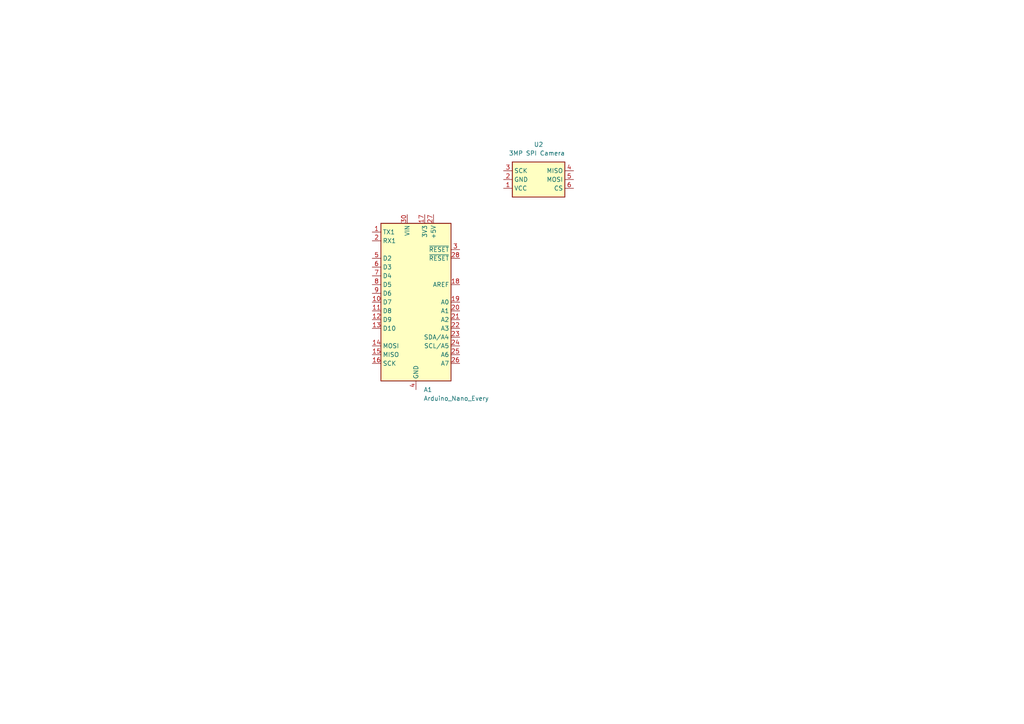
<source format=kicad_sch>
(kicad_sch (version 20230121) (generator eeschema)
  (paper "A4")
  (lib_symbols
    (symbol "MCU_Module:Arduino_Nano_Every"
      (property "Reference" "A" (at -10.16 23.495 0))
      (property "Value" "Arduino_Nano_Every" (at 5.08 -24.13 0))
      (symbol "Arduino_Nano_Every_0_1"
        (rectangle (start -10.16 22.86) (end 10.16 -22.86) (stroke (width 0.254)) (fill (type background)))
      )
      (symbol "Arduino_Nano_Every_1_1"
        (pin bidirectional line (at -12.7 20.32 0) (length 2.54) (name "TX1") (number "1"))
        (pin bidirectional line (at -12.7 0 0) (length 2.54) (name "D7") (number "10"))
        (pin bidirectional line (at -12.7 -2.54 0) (length 2.54) (name "D8") (number "11"))
        (pin bidirectional line (at -12.7 -5.08 0) (length 2.54) (name "D9") (number "12"))
        (pin bidirectional line (at -12.7 -7.62 0) (length 2.54) (name "D10") (number "13"))
        (pin bidirectional line (at -12.7 -12.7 0) (length 2.54) (name "MOSI") (number "14"))
        (pin bidirectional line (at -12.7 -15.24 0) (length 2.54) (name "MISO") (number "15"))
        (pin bidirectional line (at -12.7 -17.78 0) (length 2.54) (name "SCK") (number "16"))
        (pin power_out line (at 2.54 25.4 270) (length 2.54) (name "3V3") (number "17"))
        (pin input line (at 12.7 5.08 180) (length 2.54) (name "AREF") (number "18"))
        (pin bidirectional line (at 12.7 0 180) (length 2.54) (name "A0") (number "19"))
        (pin bidirectional line (at -12.7 17.78 0) (length 2.54) (name "RX1") (number "2"))
        (pin bidirectional line (at 12.7 -2.54 180) (length 2.54) (name "A1") (number "20"))
        (pin bidirectional line (at 12.7 -5.08 180) (length 2.54) (name "A2") (number "21"))
        (pin bidirectional line (at 12.7 -7.62 180) (length 2.54) (name "A3") (number "22"))
        (pin bidirectional line (at 12.7 -10.16 180) (length 2.54) (name "SDA/A4") (number "23"))
        (pin bidirectional line (at 12.7 -12.7 180) (length 2.54) (name "SCL/A5") (number "24"))
        (pin bidirectional line (at 12.7 -15.24 180) (length 2.54) (name "A6") (number "25"))
        (pin bidirectional line (at 12.7 -17.78 180) (length 2.54) (name "A7") (number "26"))
        (pin power_out line (at 5.08 25.4 270) (length 2.54) (name "+5V") (number "27"))
        (pin input line (at 12.7 12.7 180) (length 2.54) (name "~{RESET}") (number "28"))
        (pin passive line (at 0 -25.4 90) (length 2.54) hide (name "GND") (number "29"))
        (pin input line (at 12.7 15.24 180) (length 2.54) (name "~{RESET}") (number "3"))
        (pin power_in line (at -2.54 25.4 270) (length 2.54) (name "VIN") (number "30"))
        (pin power_in line (at 0 -25.4 90) (length 2.54) (name "GND") (number "4"))
        (pin bidirectional line (at -12.7 12.7 0) (length 2.54) (name "D2") (number "5"))
        (pin bidirectional line (at -12.7 10.16 0) (length 2.54) (name "D3") (number "6"))
        (pin bidirectional line (at -12.7 7.62 0) (length 2.54) (name "D4") (number "7"))
        (pin bidirectional line (at -12.7 5.08 0) (length 2.54) (name "D5") (number "8"))
        (pin bidirectional line (at -12.7 2.54 0) (length 2.54) (name "D6") (number "9"))
      )
    )
    (symbol "Sensor:3MP_SPI_Camera"
      (property "Reference" "U1" (at 0 10.16 0))
      (property "Value" "3MP SPI Camera " (at 0 7.62 0))
      (symbol "3MP_SPI_Camera_0_1"
        (rectangle (start -7.62 5.08) (end 7.62 -5.08) (stroke (width 0.254)) (fill (type background)))
      )
      (symbol "3MP_SPI_Camera_1_1"
        (pin power_in line (at 10.16 2.54 180) (length 2.54) (name "VCC") (number "1"))
        (pin power_in line (at 10.16 0 180) (length 2.54) (name "GND") (number "2"))
        (pin open_collector line (at 10.16 -2.54 180) (length 2.54) (name "SCK") (number "3"))
        (pin input line (at -10.16 -2.54 0) (length 2.54) (name "MISO") (number "4"))
        (pin power_in line (at -10.16 0 0) (length 2.54) (name "MOSI") (number "5"))
        (pin power_in line (at -10.16 2.54 0) (length 2.54) (name "CS") (number "6"))
      )
    )
  )
  (symbol (lib_id "MCU_Module:Arduino_Nano_Every") (at 120.65 87.63 0) (unit 1)
    (property "Reference" "A1" (at 122.8441 113.03 0) (effects (justify left)))
    (property "Value" "Arduino_Nano_Every" (at 122.8441 115.57 0) (effects (justify left)))
    (property "Footprint" "Module:Arduino_Nano" (effects hide))
    (property "Datasheet" "https://content.arduino.cc/assets/NANOEveryV3.0_sch.pdf" (effects hide))
  )
  (symbol (lib_id "Sensor:3MP_SPI_Camera") (at 156.21 52.07 180) (unit 1)
    (property "Reference" "U2" (at 156.21 41.91 0))
    (property "Value" "3MP SPI Camera " (at 156.21 44.45 0))
    (property "Footprint" "Package_TO_SOT_SMD:SOT-353_SC-70-5" (effects hide))
    (property "Datasheet" "https://www.onsemi.com/pub/Collateral/FPF2001-D.pdf" (effects hide))
    (instances (project "submarine" (path "" (reference "U2") (unit 1)) (path "" (reference "U1") (unit 1))))
  )
)
</source>
